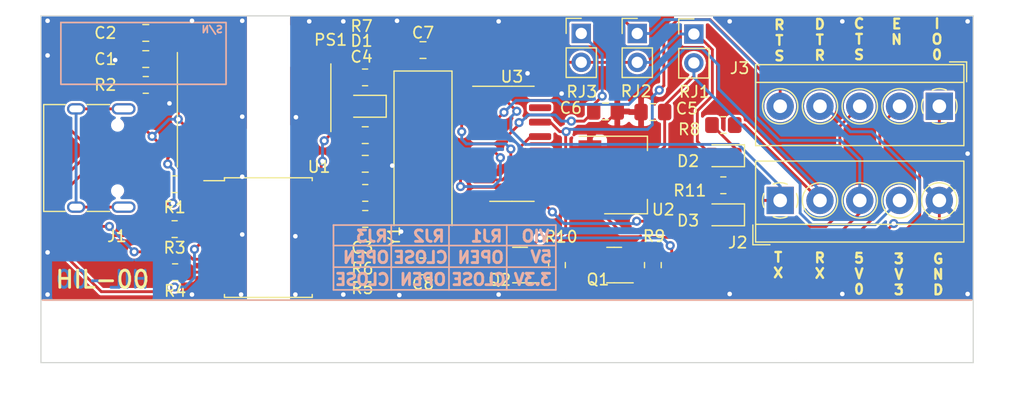
<source format=kicad_pcb>
(kicad_pcb (version 20211014) (generator pcbnew)
  (title_block (title "HIL-00 ISOLATED USB TO TTL"))
  (layers (0 "F.Cu" signal) (31 "B.Cu" signal) (34 "B.Paste" user) (35 "F.Paste" user) (36 "B.SilkS" user "B.Silkscreen") (37 "F.SilkS" user "F.Silkscreen") (38 "B.Mask" user) (39 "F.Mask" user) (44 "Edge.Cuts" user))
  (net 0 "")
  (net 1 "Net-(C1-Pad1)")
  (net 2 "GND1")
  (net 3 "Net-(C2-Pad1)")
  (net 4 "Net-(C3-Pad1)")
  (net 5 "GND2")
  (net 6 "Net-(C7-Pad1)")
  (net 7 "Net-(D1-Pad2)")
  (net 8 "Net-(D2-Pad1)")
  (net 9 "VCC")
  (net 10 "Net-(J1-PadA5)")
  (net 11 "Net-(J1-PadA6)")
  (net 12 "Net-(J1-PadA7)")
  (net 14 "Net-(J1-PadB5)")
  (net 16 "unconnected-(J1-PadS1)")
  (net 17 "Net-(C6-Pad1)")
  (net 18 "/TX")
  (net 19 "/IO0")
  (net 20 "/EN")
  (net 21 "/RX")
  (net 22 "/RTS")
  (net 23 "Net-(Q1-Pad1)")
  (net 24 "/DTR")
  (net 25 "Net-(Q2-Pad1)")
  (net 26 "/CTS")
  (net 27 "Net-(R3-Pad1)")
  (net 28 "Net-(R4-Pad1)")
  (net 29 "Net-(R5-Pad1)")
  (net 30 "Net-(R5-Pad2)")
  (net 31 "Net-(R6-Pad1)")
  (net 32 "Net-(R6-Pad2)")
  (net 33 "+5V")
  (net 34 "+3.3V")
  (net 39 "Net-(D3-Pad1)")
  (net 40 "Net-(C8-Pad1)")
  (footprint "Resistor_SMD:R_0805_2012Metric_Pad1.20x1.40mm_HandSolder" (layer "F.Cu") (at 128.524 115.57 180)
    (fp_text reference "R6")
    (fp_text value "24")
  )
  (footprint "Resistor_SMD:R_0805_2012Metric_Pad1.20x1.40mm_HandSolder" (layer "F.Cu") (at 128.508 105.41 180)
    (fp_text reference "R7")
    (fp_text value "1K")
  )
  (footprint "Resistor_SMD:R_0805_2012Metric_Pad1.20x1.40mm_HandSolder" (layer "F.Cu") (at 128.524 117.856 180)
    (fp_text reference "R5")
    (fp_text value "24")
  )
  (footprint "Capacitor_SMD:C_0805_2012Metric_Pad1.18x1.45mm_HandSolder" (layer "F.Cu") (at 128.524 110.49)
    (fp_text reference "C4")
    (fp_text value "0.1uF")
  )
  (footprint "Diode_SMD:D_0805_2012Metric_Pad1.15x1.40mm_HandSolder" (layer "F.Cu") (at 160.02 112.3 180)
    (fp_text reference "D2")
    (fp_text value "LED")
  )
  (footprint "Crystal_SMD:Crystal_SMD_HC49-SD_HandSoldering_Compact" (layer "F.Cu") (at 133.604 112.55 -90)
    (fp_text reference "Y1")
    (fp_text value "Crystal")
  )
  (footprint "Resistor_SMD:R_0805_2012Metric_Pad1.20x1.40mm_HandSolder" (layer "F.Cu") (at 111.76 118.755 180)
    (fp_text reference "R3")
    (fp_text value "24")
  )
  (footprint "MountingHole:MountingHole_3.2mm_M3" (layer "F.Cu") (at 156.68 128.5)
    (fp_text reference "REF**2" hide)
    (fp_text value "MountingHole_3.2mm_M3")
  )
  (footprint "Resistor_SMD:R_0805_2012Metric_Pad1.20x1.40mm_HandSolder" (layer "F.Cu") (at 111.76 114.808)
    (fp_text reference "R1")
    (fp_text value "5.1K")
  )
  (footprint "Package_SO:SOIC-16W_7.5x10.3mm_P1.27mm" (layer "F.Cu") (at 120 119.5)
    (fp_text reference "U1")
    (fp_text value "ADUM4160")
  )
  (footprint "MountingHole:MountingHole_3.2mm_M3" (layer "F.Cu") (at 146.52 128.5)
    (fp_text reference "REF**3" hide)
    (fp_text value "MountingHole_3.2mm_M3")
  )
  (footprint "Capacitor_SMD:C_0805_2012Metric_Pad1.18x1.45mm_HandSolder" (layer "F.Cu") (at 109.22 103.8 180)
    (fp_text reference "C1")
    (fp_text value "0.1uF")
  )
  (footprint "Connector_USB:USB_C_Receptacle_HRO_TYPE-C-31-M-12" (layer "F.Cu") (at 104.14 112.5 -90)
    (fp_text reference "J1")
    (fp_text value "USB_C_Receptacle_USB2.0")
  )
  (footprint "Capacitor_SMD:C_0805_2012Metric_Pad1.18x1.45mm_HandSolder" (layer "F.Cu") (at 109.22 101.5 180)
    (fp_text reference "C2")
    (fp_text value "0.1uF")
  )
  (footprint "Package_TO_SOT_SMD:SOT-23" (layer "F.Cu") (at 142.1384 121.92 180)
    (fp_text reference "Q2")
    (fp_text value "BC847")
  )
  (footprint "Diode_SMD:D_0805_2012Metric_Pad1.15x1.40mm_HandSolder" (layer "F.Cu") (at 128.508 107.95 180)
    (fp_text reference "D1")
    (fp_text value "LED")
  )
  (footprint "Capacitor_SMD:C_0805_2012Metric_Pad1.18x1.45mm_HandSolder" (layer "F.Cu") (at 153.8224 108.458 180)
    (fp_text reference "C5")
    (fp_text value "0.1uF")
  )
  (footprint "TerminalBlock_4Ucon:TerminalBlock_4Ucon_1x05_P3.50mm_Horizontal" (layer "F.Cu") (at 165.0192 116.232)
    (fp_text reference "J3")
    (fp_text value "Conn_01x05_Male")
  )
  (footprint "Resistor_SMD:R_0805_2012Metric_Pad1.20x1.40mm_HandSolder" (layer "F.Cu") (at 153.8224 121.92 -90)
    (fp_text reference "R9")
    (fp_text value "10K")
  )
  (footprint "Package_SO:SOIC-16_3.9x9.9mm_P1.27mm" (layer "F.Cu") (at 141.4272 111.252)
    (fp_text reference "U3")
    (fp_text value "CH340G")
  )
  (footprint "MountingHole:MountingHole_3.2mm_M3" (layer "F.Cu") (at 177 128.5)
    (fp_text reference "REF**" hide)
    (fp_text value "MountingHole_3.2mm_M3")
  )
  (footprint "Resistor_SMD:R_0805_2012Metric_Pad1.20x1.40mm_HandSolder" (layer "F.Cu") (at 109.22 106.072 180)
    (fp_text reference "R2")
    (fp_text value "5.1K")
  )
  (footprint "TerminalBlock_4Ucon:TerminalBlock_4Ucon_1x05_P3.50mm_Horizontal" (layer "F.Cu") (at 179.0192 107.95 180)
    (fp_text reference "J2")
    (fp_text value "Conn_01x05_Male")
  )
  (footprint "MountingHole:MountingHole_3.2mm_M3" (layer "F.Cu") (at 105.88 128.5)
    (fp_text reference "REF**7" hide)
    (fp_text value "MountingHole_3.2mm_M3")
  )
  (footprint "MountingHole:MountingHole_3.2mm_M3" (layer "F.Cu") (at 116.04 128.5)
    (fp_text reference "REF**6" hide)
    (fp_text value "MountingHole_3.2mm_M3")
  )
  (footprint "MountingHole:MountingHole_3.2mm_M3" (layer "F.Cu") (at 136.36 128.5)
    (fp_text reference "REF**4" hide)
    (fp_text value "MountingHole_3.2mm_M3")
  )
  (footprint "Connector_PinHeader_2.54mm:PinHeader_1x02_P2.54mm_Vertical" (layer "F.Cu") (at 147.5232 101.5442)
    (fp_text reference "RJ3")
    (fp_text value "Conn_01x02_Male")
  )
  (footprint "Package_TO_SOT_SMD:SOT-223-3_TabPin2" (layer "F.Cu") (at 151.4348 113.9952)
    (fp_text reference "U2")
    (fp_text value "AMS1117-3.3")
  )
  (footprint "Connector_PinHeader_2.54mm:PinHeader_1x02_P2.54mm_Vertical" (layer "F.Cu") (at 152.4508 101.5492)
    (fp_text reference "RJ2")
    (fp_text value "Conn_01x02_Male")
  )
  (footprint "Capacitor_SMD:C_0805_2012Metric_Pad1.18x1.45mm_HandSolder" (layer "F.Cu") (at 128.524 113.01)
    (fp_text reference "C3")
    (fp_text value "0.1uF")
  )
  (footprint "Capacitor_SMD:C_0805_2012Metric_Pad1.18x1.45mm_HandSolder" (layer "F.Cu") (at 133.604 122.037 180)
    (fp_text reference "C8")
    (fp_text value "22pF")
  )
  (footprint "Connector_PinHeader_2.54mm:PinHeader_1x02_P2.54mm_Vertical" (layer "F.Cu") (at 157.4292 101.595)
    (fp_text reference "RJ1")
    (fp_text value "Conn_01x02_Male")
  )
  (footprint "Resistor_SMD:R_0805_2012Metric_Pad1.20x1.40mm_HandSolder" (layer "F.Cu") (at 111.8 122.545 180)
    (fp_text reference "R4")
    (fp_text value "24")
  )
  (footprint "Capacitor_SMD:C_0805_2012Metric_Pad1.18x1.45mm_HandSolder" (layer "F.Cu") (at 133.604 103.007 180)
    (fp_text reference "C7")
    (fp_text value "22pF")
  )
  (footprint "Converter_DCDC_SMD:Converter_DCDC_Mornsun_B05_XT_1WR3_SMD" (layer "F.Cu") (at 118.75 107.2 90)
    (fp_text reference "PS1")
    (fp_text value "B05XT1WR3")
  )
  (footprint "Resistor_SMD:R_0805_2012Metric_Pad1.20x1.40mm_HandSolder" (layer "F.Cu") (at 145.3896 121.92 -90)
    (fp_text reference "R10")
    (fp_text value "10K")
  )
  (footprint "MountingHole:MountingHole_3.2mm_M3" (layer "F.Cu") (at 166.84 128.5)
    (fp_text reference "REF**1" hide)
    (fp_text value "MountingHole_3.2mm_M3")
  )
  (footprint "Resistor_SMD:R_0805_2012Metric_Pad1.20x1.40mm_HandSolder" (layer "F.Cu") (at 160.02 114.9)
    (fp_text reference "R11")
    (fp_text value "1K")
  )
  (footprint "Capacitor_SMD:C_0805_2012Metric_Pad1.18x1.45mm_HandSolder" (layer "F.Cu") (at 149.6568 108.4072)
    (fp_text reference "C6")
    (fp_text value "0.1uF")
  )
  (footprint "Resistor_SMD:R_0805_2012Metric_Pad1.20x1.40mm_HandSolder" (layer "F.Cu") (at 160.02 109.6 180)
    (fp_text reference "R8")
    (fp_text value "1K")
  )
  (footprint "MountingHole:MountingHole_3.2mm_M3" (layer "F.Cu") (at 126.2 128.5)
    (fp_text reference "REF**5" hide)
    (fp_text value "MountingHole_3.2mm_M3")
  )
  (footprint "Diode_SMD:D_0805_2012Metric_Pad1.15x1.40mm_HandSolder" (layer "F.Cu") (at 160.02 117.5 180)
    (fp_text reference "D3")
    (fp_text value "LED")
  )
  (footprint "Package_TO_SOT_SMD:SOT-23" (layer "F.Cu") (at 150.4188 121.92 180)
    (fp_text reference "Q1")
    (fp_text value "BC847")
  )
  (gr_line (start 145.288 122.1) (end 125.73 122.1) (layer "B.SilkS") (width 0.15))
  (gr_line (start 100.15 125) (end 181.85 125) (layer "B.SilkS") (width 0.15))
  (gr_line (start 145.288 124.1) (end 125.73 124.1) (layer "B.SilkS") (width 0.15))
  (gr_line (start 140.97 118.4) (end 140.97 124.1) (layer "B.SilkS") (width 0.15))
  (gr_line (start 145.288 118.4) (end 125.73 118.4) (layer "B.SilkS") (width 0.15))
  (gr_line (start 145.288 120.2) (end 125.73 120.2) (layer "B.SilkS") (width 0.15))
  (gr_line (start 145.288 118.4) (end 145.288 124.1) (layer "B.SilkS") (width 0.15))
  (gr_rect (start 101.7524 100.584) (end 116.2812 106.0196) (layer "B.SilkS") (width 0.15) (fill none))
  (gr_line (start 130.81 118.4) (end 130.81 124.1) (layer "B.SilkS") (width 0.15))
  (gr_line (start 125.73 118.4) (end 125.73 124.1) (layer "B.SilkS") (width 0.15))
  (gr_line (start 135.89 118.4) (end 135.89 124.1) (layer "B.SilkS") (width 0.15))
  (gr_line (start 100.15 125) (end 181.85 125) (layer "F.SilkS") (width 0.15))
  (gr_line (start 100 130.5) (end 182 130.5) (layer "Edge.Cuts") (width 0.1))
  (gr_line (start 100 100) (end 100 130.5) (layer "Edge.Cuts") (width 0.1))
  (gr_line (start 182 130.5) (end 182 100) (layer "Edge.Cuts") (width 0.1))
  (gr_line (start 100 100) (end 182 100) (layer "Edge.Cuts") (width 0.1))
  (gr_text "HIL-00" (at 105.41 123.19) (layer "B.Cu") (effects (font (size 1.5 1.5) (thickness 0.25)) (justify mirror)))
  (gr_text "S/N" (at 115.062 101.1936) (layer "B.SilkS") (effects (font (size 0.6 0.6)) (justify mirror)))
  (gr_text "CLOSE" (at 128.27 123.19) (layer "B.SilkS") (effects (font (size 1 1) (thickness 0.25)) (justify mirror)))
  (gr_text "OPEN" (at 133.604 123.19) (layer "B.SilkS") (effects (font (size 1 1) (thickness 0.25)) (justify mirror)))
  (gr_text "3.3V" (at 143.256 123.19) (layer "B.SilkS") (effects (font (size 1 1) (thickness 0.25)) (justify mirror)))
  (gr_text "RJ3" (at 129.1 119.38) (layer "B.SilkS") (effects (font (size 1 1) (thickness 0.25)) (justify mirror)))
  (gr_text "5V" (at 144 121.2) (layer "B.SilkS") (effects (font (size 1 1) (thickness 0.25)) (justify mirror)))
  (gr_text "RJ1" (at 139.192 119.38) (layer "B.SilkS") (effects (font (size 1 1) (thickness 0.25)) (justify mirror)))
  (gr_text "OPEN" (at 128.6 121.25) (layer "B.SilkS") (effects (font (size 1 1) (thickness 0.25)) (justify mirror)))
  (gr_text "VIO" (at 143.5 119.38) (layer "B.SilkS") (effects (font (size 1 1) (thickness 0.25)) (justify mirror)))
  (gr_text "OPEN" (at 138.684 121.25) (layer "B.SilkS") (effects (font (size 1 1) (thickness 0.25)) (justify mirror)))
  (gr_text "CLOSE" (at 133.4 121.25) (layer "B.SilkS") (effects (font (size 1 1) (thickness 0.25)) (justify mirror)))
  (gr_text "CLOSE" (at 138.5 123.19) (layer "B.SilkS") (effects (font (size 1 1) (thickness 0.25)) (justify mirror)))
  (gr_text "RJ2" (at 134.112 119.38) (layer "B.SilkS") (effects (font (size 1 1) (thickness 0.25)) (justify mirror)))
  (gr_text "I\nO\n0" (at 178.816 102.0572) (layer "F.SilkS") (effects (font (size 0.85 0.85) (thickness 0.2125))))
  (gr_text "G\nN\nD" (at 178.9176 122.7328) (layer "F.SilkS") (effects (font (size 0.85 0.85) (thickness 0.2125))))
  (gr_text "HIL-00" (at 105.41 123.19) (layer "F.SilkS") (effects (font (size 1.5 1.5) (thickness 0.25))))
  (gr_text "R\nX" (at 168.5036 121.9708) (layer "F.SilkS") (effects (font (size 0.85 0.85) (thickness 0.2125))))
  (gr_text "R\nT\nS" (at 164.9476 102.1588) (layer "F.SilkS") (effects (font (size 0.85 0.85) (thickness 0.2125))))
  (gr_text "D\nT\nR" (at 168.5036 102.108) (layer "F.SilkS") (effects (font (size 0.85 0.85) (thickness 0.2125))))
  (gr_text "T\nX" (at 164.846 121.92) (layer "F.SilkS") (effects (font (size 0.85 0.85) (thickness 0.2125))))
  (gr_text "E\nN" (at 175.26 101.3968) (layer "F.SilkS") (effects (font (size 0.85 0.85) (thickness 0.2125))))
  (gr_text "3\nV\n3\n" (at 175.4632 122.7328) (layer "F.SilkS") (effects (font (size 0.85 0.85) (thickness 0.2125))))
  (gr_text "5\nV\n0" (at 171.958 122.682) (layer "F.SilkS") (effects (font (size 0.85 0.85) (thickness 0.2125))))
  (gr_text "C\nT\nS" (at 171.958 102.0572) (layer "F.SilkS") (effects (font (size 0.85 0.85) (thickness 0.2125))))
  (segment (start 117.48 109.8747) (end 117.2825 109.6772) (width 0.25) (layer "F.Cu") (net 1))
  (segment (start 111.4289 112.2435) (end 112.5455 113.3601) (width 0.25) (layer "F.Cu") (net 1))
  (segment (start 111.1504 113.03) (end 111.1504 112.522) (width 0.25) (layer "F.Cu") (net 1))
  (segment (start 111.1504 112.522) (end 111.4289 112.2435) (width 0.25) (layer "F.Cu") (net 1))
  (segment (start 109.2354 110.05) (end 109.2353 110.05) (width 0.25) (layer "F.Cu") (net 1))
  (segment (start 112.6651 109.6772) (end 112.0776 109.0897) (width 0.25) (layer "F.Cu") (net 1))
  (segment (start 109.0064 114.95) (end 108.185 114.95) (width 0.25) (layer "F.Cu") (net 1))
  (segment (start 113.6551 113.3601) (end 115.35 115.055) (width 0.25) (layer "F.Cu") (net 1))
  (segment (start 117.48 111.75) (end 117.48 109.8747) (width 0.25) (layer "F.Cu") (net 1))
  (segment (start 112.0776 109.0897) (end 112.0776 105.0672) (width 0.25) (layer "F.Cu") (net 1))
  (segment (start 112.0776 105.0672) (end 110.8104 103.8) (width 0.25) (layer "F.Cu") (net 1))
  (segment (start 111.6076 116.4711) (end 111.5435 116.5352) (width 0.25) (layer "F.Cu") (net 1))
  (segment (start 112.5455 113.3601) (end 113.6551 113.3601) (width 0.25) (layer "F.Cu") (net 1))
  (segment (start 110.5916 116.5352) (end 109.0064 114.95) (width 0.25) (layer "F.Cu") (net 1))
  (segment (start 109.7758 110.5904) (end 111.4289 112.2435) (width 0.25) (layer "F.Cu") (net 1))
  (segment (start 117.2825 109.6772) (end 112.6651 109.6772) (width 0.25) (layer "F.Cu") (net 1))
  (segment (start 111.5435 116.5352) (end 110.5916 116.5352) (width 0.25) (layer "F.Cu") (net 1))
  (segment (start 108.185 110.05) (end 109.2353 110.05) (width 0.25) (layer "F.Cu") (net 1))
  (segment (start 110.8104 103.8) (end 110.2575 103.8) (width 0.25) (layer "F.Cu") (net 1))
  (segment (start 109.7758 110.5904) (end 109.2354 110.05) (width 0.25) (layer "F.Cu") (net 1))
  (via (at 111.1504 113.03) (size 0.8) (drill 0.4) (layers "F.Cu" "B.Cu") (net 1))
  (via (at 112.0776 109.0897) (size 0.8) (drill 0.4) (layers "F.Cu" "B.Cu") (net 1))
  (via (at 109.7758 110.5904) (size 0.8) (drill 0.4) (layers "F.Cu" "B.Cu") (net 1))
  (via (at 111.6076 116.4711) (size 0.8) (drill 0.4) (layers "F.Cu" "B.Cu") (net 1))
  (segment (start 111.6076 116.4711) (end 111.7092 116.3695) (width 0.25) (layer "B.Cu") (net 1))
  (segment (start 111.7092 113.5888) (end 111.1504 113.03) (width 0.25) (layer "B.Cu") (net 1))
  (segment (start 109.7758 110.5904) (end 111.2765 109.0897) (width 0.25) (layer "B.Cu") (net 1))
  (segment (start 111.7092 116.3695) (end 111.7092 113.5888) (width 0.25) (layer "B.Cu") (net 1))
  (segment (start 111.2765 109.0897) (end 112.0776 109.0897) (width 0.25) (layer "B.Cu") (net 1))
  (segment (start 115.35 123.945) (end 116.7454 123.945) (width 0.25) (layer "F.Cu") (net 2))
  (segment (start 116.339 116.325) (end 115.7901 116.325) (width 0.25) (layer "F.Cu") (net 2))
  (segment (start 108.185 115.75) (end 108.8412 115.75) (width 0.25) (layer "F.Cu") (net 2))
  (segment (start 116.2234 116.325) (end 115.7901 116.325) (width 0.25) (layer "F.Cu") (net 2))
  (segment (start 112.0648 117.1956) (end 112.9093 116.3511) (width 0.25) (layer "F.Cu") (net 2))
  (segment (start 106.5276 103.886) (end 108.0965 103.886) (width 0.25) (layer "F.Cu") (net 2))
  (segment (start 116.7454 123.945) (end 117.094 123.5964) (width 0.25) (layer "F.Cu") (net 2))
  (segment (start 111.3028 110.0836) (end 111.3028 108.8136) (width 0.25) (layer "F.Cu") (net 2))
  (segment (start 117.094 117.1956) (end 116.2234 116.325) (width 0.25) (layer "F.Cu") (net 2))
  (segment (start 115.7901 116.325) (end 115.35 116.325) (width 0.25) (layer "F.Cu") (net 2))
  (segment (start 111.3028 109.1071) (end 111.1599 109.25) (width 0.25) (layer "F.Cu") (net 2))
  (segment (start 117.094 123.5964) (end 117.094 117.1956) (width 0.25) (layer "F.Cu") (net 2))
  (segment (start 108.8412 115.75) (end 110.2868 117.1956) (width 0.25) (layer "F.Cu") (net 2))
  (segment (start 112.5003 111.2811) (end 111.3028 110.0836) (width 0.25) (layer "F.Cu") (net 2))
  (segment (start 114.94 113.6253) (end 116.0129 113.6253) (width 0.25) (layer "F.Cu") (net 2))
  (segment (start 114.94 111.75) (end 114.94 113.6253) (width 0.25) (layer "F.Cu") (net 2))
  (segment (start 111.1599 109.25) (end 108.185 109.25) (width 0.25) (layer "F.Cu") (net 2))
  (segment (start 108.1825 106.0345) (end 108.22 106.072) (width 0.25) (layer "F.Cu") (net 2))
  (segment (start 116.0129 113.6253) (end 117.0432 114.6556) (width 0.25) (layer "F.Cu") (net 2))
  (segment (start 108.1825 103.8) (end 108.1825 101.5) (width 0.25) (layer "F.Cu") (net 2))
  (segment (start 112.9093 116.3511) (end 112.9093 114.9573) (width 0.25) (layer "F.Cu") (net 2))
  (segment (start 117.0432 114.6556) (end 117.0432 115.6208) (width 0.25) (layer "F.Cu") (net 2))
  (segment (start 114.94 111.2811) (end 112.5003 111.2811) (width 0.25) (layer "F.Cu") (net 2))
  (segment (start 108.1825 103.8) (end 108.1825 106.0345) (width 0.25) (layer "F.Cu") (net 2))
  (segment (start 115.35 116.325) (end 114.277 116.325) (width 0.25) (layer "F.Cu") (net 2))
  (segment (start 117.0432 115.6208) (end 116.339 116.325) (width 0.25) (layer "F.Cu") (net 2))
  (segment (start 108.0965 103.886) (end 108.1825 103.8) (width 0.25) (layer "F.Cu") (net 2))
  (segment (start 110.2868 117.1956) (end 112.0648 117.1956) (width 0.25) (layer "F.Cu") (net 2))
  (segment (start 114.277 116.325) (end 112.9093 114.9573) (width 0.25) (layer "F.Cu") (net 2))
  (segment (start 112.9093 114.9573) (end 112.76 114.808) (width 0.25) (layer "F.Cu") (net 2))
  (segment (start 111.3028 107.696) (end 111.3028 109.1071) (width 0.25) (layer "F.Cu") (net 2))
  (segment (start 114.94 111.75) (end 114.94 111.2811) (width 0.25) (layer "F.Cu") (net 2))
  (via (at 100.584 103.4796) (size 0.8) (drill 0.4) (layers "F.Cu" "B.Cu") (net 2))
  (via (at 117.602 124.5108) (size 0.8) (drill 0.4) (layers "F.Cu" "B.Cu") (net 2))
  (via (at 113.284 124.5108) (size 0.8) (drill 0.4) (layers "F.Cu" "B.Cu") (net 2))
  (via (at 106.5276 103.886) (size 0.8) (drill 0.4) (layers "F.Cu" "B.Cu") (net 2))
  (via (at 117.7036 114.1476) (size 0.8) (drill 0.4) (layers "F.Cu" "B.Cu") (net 2))
  (via (at 117.7036 100.4316) (size 0.8) (drill 0.4) (layers "F.Cu" "B.Cu") (net 2))
  (via (at 100.584 124.5108) (size 0.8) (drill 0.4) (layers "F.Cu" "B.Cu") (net 2))
  (via (at 117.7036 108.8644) (size 0.8) (drill 0.4) (layers "F.Cu" "B.Cu") (net 2))
  (via (at 100.584 120.8024) (size 0.8) (drill 0.4) (layers "F.Cu" "B.Cu") (net 2))
  (via (at 117.7036 119.2276) (size 0.8) (drill 0.4) (layers "F.Cu" "B.Cu") (net 2))
  (via (at 113.284 100.4316) (size 0.8) (drill 0.4) (layers "F.Cu" "B.Cu") (net 2))
  (via (at 100.584 100.4316) (size 0.8) (drill 0.4) (layers "F.Cu" "B.Cu") (net 2))
  (via (at 111.3028 107.696) (size 0.8) (drill 0.4) (layers "F.Cu" "B.Cu") (net 2))
  (segment (start 107.188 104.9528) (end 106.5276 104.2924) (width 0.25) (layer "B.Cu") (net 2))
  (segment (start 111.3028 105.7402) (end 110.5154 104.9528) (width 0.25) (layer "B.Cu") (net 2))
  (segment (start 111.3028 107.696) (end 111.3028 105.7402) (width 0.25) (layer "B.Cu") (net 2))
  (segment (start 110.5154 104.9528) (end 107.188 104.9528) (width 0.25) (layer "B.Cu") (net 2))
  (segment (start 106.5276 104.2924) (end 106.5276 103.886) (width 0.25) (layer "B.Cu") (net 2))
  (segment (start 105.3084 124.2568) (end 100.6856 119.634) (width 0.25) (layer "F.Cu") (net 3))
  (segment (start 113.502849 120.530051) (end 113.8979 120.135) (width 0.25) (layer "F.Cu") (net 3))
  (segment (start 111.76 123.8504) (end 111.3536 124.2568) (width 0.25) (layer "F.Cu") (net 3))
  (segment (start 100.6856 119.634) (end 100.6856 105.41) (width 0.25) (layer "F.Cu") (net 3))
  (segment (start 109.0875 100.33) (end 110.2575 101.5) (width 0.25) (layer "F.Cu") (net 3))
  (segment (start 100.6856 105.41) (end 105.7656 100.33) (width 0.25) (layer "F.Cu") (net 3))
  (segment (start 105.7656 100.33) (end 109.0875 100.33) (width 0.25) (layer "F.Cu") (net 3))
  (segment (start 115.35 118.865) (end 115.35 117.595) (width 0.25) (layer "F.Cu") (net 3))
  (segment (start 111.3536 124.2568) (end 105.3084 124.2568) (width 0.25) (layer "F.Cu") (net 3))
  (segment (start 113.8979 120.135) (end 115.35 120.135) (width 0.25) (layer "F.Cu") (net 3))
  (segment (start 115.35 120.135) (end 115.35 118.865) (width 0.25) (layer "F.Cu") (net 3))
  (via (at 113.502849 120.530051) (size 0.8) (drill 0.4) (layers "F.Cu" "B.Cu") (net 3))
  (via (at 111.76 123.8504) (size 0.8) (drill 0.4) (layers "F.Cu" "B.Cu") (net 3))
  (segment (start 111.76 123.8504) (end 112.6744 123.8504) (width 0.25) (layer "B.Cu") (net 3))
  (segment (start 112.6744 123.8504) (end 113.502849 123.021951) (width 0.25) (layer "B.Cu") (net 3))
  (segment (start 113.502849 123.021951) (end 113.502849 120.530051) (width 0.25) (layer "B.Cu") (net 3))
  (segment (start 124.65 118.865) (end 124.65 120.135) (width 0.25) (layer "F.Cu") (net 4))
  (segment (start 125.1368 117.595) (end 124.65 117.595) (width 0.25) (layer "F.Cu") (net 4))
  (segment (start 124.65 117.595) (end 124.65 118.865) (width 0.25) (layer "F.Cu") (net 4))
  (segment (start 126.238 116.4938) (end 125.1368 117.595) (width 0.25) (layer "F.Cu") (net 4))
  (segment (start 126.238 114.2585) (end 126.238 116.4938) (width 0.25) (layer "F.Cu") (net 4))
  (segment (start 127.4865 113.01) (end 126.238 114.2585) (width 0.25) (layer "F.Cu") (net 4))
  (segment (start 135.2367 101.9136) (end 133.6599 101.9136) (width 0.25) (layer "F.Cu") (net 5))
  (segment (start 150.6943 108.4072) (end 150.6943 107.334) (width 0.25) (layer "F.Cu") (net 5))
  (segment (start 150.6943 108.4072) (end 152.7341 108.4072) (width 0.25) (layer "F.Cu") (net 5))
  (segment (start 124.65 116.325) (end 123.2338 116.325) (width 0.25) (layer "F.Cu") (net 5))
  (segment (start 129.533 107.95) (end 129.533 107.5994) (width 0.25) (layer "F.Cu") (net 5))
  (segment (start 123.64391 111.7092) (end 123.391555 111.961555) (width 0.25) (layer "F.Cu") (net 5))
  (segment (start 129.5615 107.9785) (end 129.5615 110.49) (width 0.25) (layer "F.Cu") (net 5))
  (segment (start 130.3438 120.3034) (end 130.8329 120.3034) (width 0.25) (layer "F.Cu") (net 5))
  (segment (start 129.5615 111.9509) (end 129.5615 113.01) (width 0.25) (layer "F.Cu") (net 5))
  (segment (start 133.6599 101.9136) (end 132.5665 103.007) (width 0.25) (layer "F.Cu") (net 5))
  (segment (start 123.2338 116.325) (end 122.56 115.6512) (width 0.25) (layer "F.Cu") (net 5))
  (segment (start 145.796 106.8324) (end 147.2184 106.8324) (width 0.25) (layer "F.Cu") (net 5))
  (segment (start 132.5665 122.5081) (end 133.5532 123.4948) (width 0.25) (layer "F.Cu") (net 5))
  (segment (start 135.7884 123.4948) (end 136.0932 123.19) (width 0.25) (layer "F.Cu") (net 5))
  (segment (start 130.8329 120.3034) (end 132.5665 122.037) (width 0.25) (layer "F.Cu") (net 5))
  (segment (start 147.7189 106.3319) (end 148.0237 106.3319) (width 0.25) (layer "F.Cu") (net 5))
  (segment (start 131.6736 118.9736) (end 130.3438 120.3034) (width 0.25) (layer "F.Cu") (net 5))
  (segment (start 125.1813 123.945) (end 128.8229 120.3034) (width 0.25) (layer "F.Cu") (net 5))
  (segment (start 140.2588 123.19) (end 141.6304 124.5616) (width 0.25) (layer "F.Cu") (net 5))
  (segment (start 132.5665 122.037) (end 132.5665 122.5081) (width 0.25) (layer "F.Cu") (net 5))
  (segment (start 122.771555 111.961555) (end 122.56 111.75) (width 0.25) (layer "F.Cu") (net 5))
  (segment (start 148.2848 111.6952) (end 148.2848 110.8167) (width 0.25) (layer "F.Cu") (net 5))
  (segment (start 142.7988 105.0544) (end 141.0462 106.807) (width 0.25) (layer "F.Cu") (net 5))
  (segment (start 124.65 123.945) (end 125.1813 123.945) (width 0.25) (layer "F.Cu") (net 5))
  (segment (start 148.2848 110.8167) (end 150.6943 108.4072) (width 0.25) (layer "F.Cu") (net 5))
  (segment (start 132.5665 104.5659) (end 132.5665 103.007) (width 0.25) (layer "F.Cu") (net 5))
  (segment (start 129.5615 110.49) (end 129.5615 111.9509) (width 0.25) (layer "F.Cu") (net 5))
  (segment (start 141.6304 124.5616) (end 156.8196 124.5616) (width 0.25) (layer "F.Cu") (net 5))
  (segment (start 156.8196 124.5616) (end 158.4452 122.936) (width 0.25) (layer "F.Cu") (net 5))
  (segment (start 129.533 107.5994) (end 132.5665 104.5659) (width 0.25) (layer "F.Cu") (net 5))
  (segment (start 129.5615 111.9509) (end 129.3198 111.7092) (width 0.25) (layer "F.Cu") (net 5))
  (segment (start 149.6922 106.3319) (end 148.0237 106.3319) (width 0.25) (layer "F.Cu") (net 5))
  (segment (start 148.0237 106.3319) (end 147.7716 106.3319) (width 0.25) (layer "F.Cu") (net 5))
  (segment (start 130.899301 113.170101) (end 130.7392 113.01) (width 0.25) (layer "F.Cu") (net 5))
  (segment (start 129.533 107.95) (end 129.5615 107.9785) (width 0.25) (layer "F.Cu") (net 5))
  (segment (start 174.5996 122.936) (end 179.0192 118.5164) (width 0.25) (layer "F.Cu") (net 5))
  (segment (start 138.9522 105.6291) (end 135.2367 101.9136) (width 0.25) (layer "F.Cu") (net 5))
  (segment (start 147.2184 106.8324) (end 147.7189 106.3319) (width 0.25) (layer "F.Cu") (net 5))
  (segment (start 128.8229 120.3034) (end 130.3438 120.3034) (width 0.25) (layer "F.Cu") (net 5))
  (segment (start 141.0462 106.807) (end 138.9522 106.807) (width 0.25) (layer "F.Cu") (net 5))
  (segment (start 179.0192 118.5164) (end 179.0192 116.232) (width 0.25) (layer "F.Cu") (net 5))
  (segment (start 129.3198 111.7092) (end 123.64391 111.7092) (width 0.25) (layer "F.Cu") (net 5))
  (segment (start 152.7341 108.4072) (end 152.7849 108.458) (width 0.25) (layer "F.Cu") (net 5))
  (segment (start 136.0932 123.19) (end 140.2588 123.19) (width 0.25) (layer "F.Cu") (net 5))
  (segment (start 133.5532 123.4948) (end 135.7884 123.4948) (width 0.25) (layer "F.Cu") (net 5))
  (segment (start 138.9522 106.807) (end 138.9522 105.6291) (width 0.25) (layer "F.Cu") (net 5))
  (segment (start 150.6943 107.334) (end 149.6922 106.3319) (width 0.25) (layer "F.Cu") (net 5))
  (segment (start 158.4452 122.936) (end 174.5996 122.936) (width 0.25) (layer "F.Cu") (net 5))
  (segment (start 123.391555 111.961555) (end 122.771555 111.961555) (width 0.25) (layer "F.Cu") (net 5))
  (segment (start 130.7392 113.01) (end 129.5615 113.01) (width 0.25) (layer "F.Cu") (net 5))
  (segment (start 122.56 115.6512) (end 122.56 111.75) (width 0.25) (layer "F.Cu") (net 5))
  (via (at 131.6736 118.9736) (size 0.8) (drill 0.4) (layers "F.Cu" "B.Cu") (net 5))
  (via (at 160.5788 124.46) (size 0.8) (drill 0.4) (layers "F.Cu" "B.Cu") (net 5))
  (via (at 122.428 108.9152) (size 0.8) (drill 0.4) (layers "F.Cu" "B.Cu") (net 5))
  (via (at 140.2588 100.4824) (size 0.8) (drill 0.4) (layers "F.Cu" "B.Cu") (net 5))
  (via (at 145.796 106.8324) (size 0.8) (drill 0.4) (layers "F.Cu" "B.Cu") (net 5))
  (via (at 131.5212 124.5616) (size 0.8) (drill 0.4) (layers "F.Cu" "B.Cu") (net 5))
  (via (at 170.4848 124.46) (size 0.8) (drill 0.4) (layers "F.Cu" "B.Cu") (net 5))
  (via (at 126.5936 124.5108) (size 0.8) (drill 0.4) (layers "F.Cu" "B.Cu") (net 5))
  (via (at 131.318 100.4316) (size 0.8) (drill 0.4) (layers "F.Cu" "B.Cu") (net 5))
  (via (at 123.5964 100.4824) (size 0.8) (drill 0.4) (layers "F.Cu" "B.Cu") (net 5))
  (via (at 122.3772 124.5108) (size 0.8) (drill 0.4) (layers "F.Cu" "B.Cu") (net 5))
  (via (at 160.5788 100.4824) (size 0.8) (drill 0.4) (layers "F.Cu" "B.Cu") (net 5))
  (via (at 181.5084 100.4824) (size 0.8) (drill 0.4) (layers "F.Cu" "B.Cu") (net 5))
  (via (at 130.899301 113.170101) (size 0.8) (drill 0.4) (layers "F.Cu" "B.Cu") (net 5))
  (via (at 170.4848 100.4824) (size 0.8) (drill 0.4) (layers "F.Cu" "B.Cu") (net 5))
  (via (at 140.2588 124.5108) (size 0.8) (drill 0.4) (layers "F.Cu" "B.Cu") (net 5))
  (via (at 142.7988 105.0544) (size 0.8) (drill 0.4) (layers "F.Cu" "B.Cu") (net 5))
  (via (at 122.3772 119.38) (size 0.8) (drill 0.4) (layers "F.Cu" "B.Cu") (net 5))
  (via (at 181.5084 124.46) (size 0.8) (drill 0.4) (layers "F.Cu" "B.Cu") (net 5))
  (via (at 181.5084 112.1156) (size 0.8) (drill 0.4) (layers "F.Cu" "B.Cu") (net 5))
  (via (at 126.5936 100.4824) (size 0.8) (drill 0.4) (layers "F.Cu" "B.Cu") (net 5))
  (segment (start 142.8496 105.0036) (end 142.7988 105.0544) (width 0.25) (layer "B.Cu") (net 5))
  (segment (start 131.6736 118.9736) (end 131.7752 118.872) (width 0.25) (layer "B.Cu") (net 5))
  (segment (start 131.7752 118.872) (end 131.7752 114.046) (width 0.25) (layer "B.Cu") (net 5))
  (segment (start 145.796 105.8672) (end 144.9324 105.0036) (width 0.25) (layer "B.Cu") (net 5))
  (segment (start 145.796 106.8324) (end 145.796 105.8672) (width 0.25) (layer "B.Cu") (net 5))
  (segment (start 131.7752 114.046) (end 130.899301 113.170101) (width 0.25) (layer "B.Cu") (net 5))
  (segment (start 144.9324 105.0036) (end 142.8496 105.0036) (width 0.25) (layer "B.Cu") (net 5))
  (segment (start 141.3256 111.7092) (end 141.3256 113.6904) (width 0.25) (layer "F.Cu") (net 6))
  (segment (start 135.486 107.8) (end 133.604 107.8) (width 0.25) (layer "F.Cu") (net 6))
  (segment (start 140.589 114.427) (end 138.9522 114.427) (width 0.25) (layer "F.Cu") (net 6))
  (segment (start 137.0076 110.1852) (end 137.0076 109.3216) (width 0.25) (layer "F.Cu") (net 6))
  (segment (start 134.6415 103.007) (end 134.6415 103.6872) (width 0.25) (layer "F.Cu") (net 6))
  (segment (start 133.604 107.8) (end 133.604 104.7247) (width 0.25) (layer "F.Cu") (net 6))
  (segment (start 137.0076 109.3216) (end 135.486 107.8) (width 0.25) (layer "F.Cu") (net 6))
  (segment (start 141.3256 113.6904) (end 140.589 114.427) (width 0.25) (layer "F.Cu") (net 6))
  (segment (start 134.6415 103.6872) (end 133.604 104.7247) (width 0.25) (layer "F.Cu") (net 6))
  (via (at 141.3256 111.7092) (size 0.8) (drill 0.4) (layers "F.Cu" "B.Cu") (net 6))
  (via (at 137.0076 110.1852) (size 0.8) (drill 0.4) (layers "F.Cu" "B.Cu") (net 6))
  (segment (start 137.414 111.252) (end 137.0076 110.8456) (width 0.25) (layer "B.Cu") (net 6))
  (segment (start 137.0076 110.8456) (end 137.0076 110.1852) (width 0.25) (layer "B.Cu") (net 6))
  (segment (start 140.8684 111.252) (end 137.414 111.252) (width 0.25) (layer "B.Cu") (net 6))
  (segment (start 141.3256 111.7092) (end 140.8684 111.252) (width 0.25) (layer "B.Cu") (net 6))
  (segment (start 127.483 107.95) (end 127.483 107.435) (width 0.25) (layer "F.Cu") (net 7))
  (segment (start 127.483 107.435) (end 129.508 105.41) (width 0.25) (layer "F.Cu") (net 7))
  (segment (start 161.045 111.625) (end 159.02 109.6) (width 0.25) (layer "F.Cu") (net 8))
  (segment (start 161.045 112.3) (end 161.045 111.625) (width 0.25) (layer "F.Cu") (net 8))
  (segment (start 158.995 117.5) (end 157.6832 116.1882) (width 0.25) (layer "F.Cu") (net 9))
  (segment (start 147.5232 104.0842) (end 148.6985 104.0842) (width 0.25) (layer "F.Cu") (net 9))
  (segment (start 157.734 111.039) (end 157.734 108.3564) (width 0.25) (layer "F.Cu") (net 9))
  (segment (start 159.0548 102.9716) (end 157.6782 101.595) (width 0.25) (layer "F.Cu") (net 9))
  (segment (start 159.0548 107.0356) (end 159.0548 102.9716) (width 0.25) (layer "F.Cu") (net 9))
  (segment (start 147.5232 104.0842) (end 146.2582 104.0842) (width 0.25) (layer "F.Cu") (net 9))
  (segment (start 157.6782 101.595) (end 157.4292 101.595) (width 0.25) (layer "F.Cu") (net 9))
  (segment (start 158.995 112.3) (end 157.734 111.039) (width 0.25) (layer "F.Cu") (net 9))
  (segment (start 143.9022 106.4402) (end 143.9022 106.807) (width 0.25) (layer "F.Cu") (net 9))
  (segment (start 157.6832 113.6118) (end 158.995 112.3) (width 0.25) (layer "F.Cu") (net 9))
  (segment (start 157.734 108.3564) (end 159.0548 107.0356) (width 0.25) (layer "F.Cu") (net 9))
  (segment (start 152.4508 104.0892) (end 148.7035 104.0892) (width 0.25) (layer "F.Cu") (net 9))
  (segment (start 157.6832 116.1882) (end 157.6832 113.6118) (width 0.25) (layer "F.Cu") (net 9))
  (segment (start 146.2582 104.0842) (end 143.9022 106.4402) (width 0.25) (layer "F.Cu") (net 9))
  (segment (start 148.7035 104.0892) (end 148.6985 104.0842) (width 0.25) (layer "F.Cu") (net 9))
  (segment (start 152.4508 104.0892) (end 153.6261 104.0892) (width 0.25) (layer "B.Cu") (net 9))
  (segment (start 156.1203 101.595) (end 153.6261 104.0892) (width 0.25) (layer "B.Cu") (net 9))
  (segment (start 157.4292 101.595) (end 156.1203 101.595) (width 0.25) (layer "B.Cu") (net 9))
  (segment (start 101.7524 107.65595) (end 101.7524 109.1692) (width 0.25) (layer "F.Cu") (net 10))
  (segment (start 101.7524 109.1692) (end 103.8332 111.25) (width 0.25) (layer "F.Cu") (net 10))
  (segment (start 110.22 106.072) (end 109.0722 107.2198) (width 0.25) (layer "F.Cu") (net 10))
  (segment (start 109.0722 107.2198) (end 102.18855 107.2198) (width 0.25) (layer "F.Cu") (net 10))
  (segment (start 102.18855 107.2198) (end 101.7524 107.65595) (width 0.25) (layer "F.Cu") (net 10))
  (segment (start 103.8332 111.25) (end 108.185 111.25) (width 0.25) (layer "F.Cu") (net 10))
  (segment (start 106.7816 112.4712) (end 106.7816 112.8969) (width 0.25) (layer "F.Cu") (net 11))
  (segment (start 108.204 120.7516) (end 110.3884 120.7516) (width 0.25) (layer "F.Cu") (net 11))
  (segment (start 108.185 112.25) (end 107.0028 112.25) (width 0.25) (layer "F.Cu") (net 11))
  (segment (start 102.8192 118.5164) (end 101.6508 117.348) (width 0.25) (layer "F.Cu") (net 11))
  (segment (start 101.6508 115.8748) (end 104.2756 113.25) (width 0.25) (layer "F.Cu") (net 11))
  (segment (start 110.8 121.1632) (end 110.8 122.545) (width 0.25) (layer "F.Cu") (net 11))
  (segment (start 110.3884 120.7516) (end 110.8 121.1632) (width 0.25) (layer "F.Cu") (net 11))
  (segment (start 106.7816 112.8969) (end 107.1347 113.25) (width 0.25) (layer "F.Cu") (net 11))
  (segment (start 101.6508 117.348) (end 101.6508 115.8748) (width 0.25) (layer "F.Cu") (net 11))
  (segment (start 108.185 113.25) (end 107.1347 113.25) (width 0.25) (layer "F.Cu") (net 11))
  (segment (start 104.2756 113.25) (end 107.1347 113.25) (width 0.25) (layer "F.Cu") (net 11))
  (segment (start 106.0196 118.5164) (end 102.8192 118.5164) (width 0.25) (layer "F.Cu") (net 11))
  (segment (start 107.0028 112.25) (end 106.7816 112.4712) (width 0.25) (layer "F.Cu") (net 11))
  (via (at 106.0196 118.5164) (size 0.8) (drill 0.4) (layers "F.Cu" "B.Cu") (net 11))
  (via (at 108.204 120.7516) (size 0.8) (drill 0.4) (layers "F.Cu" "B.Cu") (net 11))
  (segment (start 106.0196 118.5672) (end 108.204 120.7516) (width 0.25) (layer "B.Cu") (net 11))
  (segment (start 106.0196 118.5164) (end 106.0196 118.5672) (width 0.25) (layer "B.Cu") (net 11))
  (segment (start 109.4132 111.75) (end 109.7788 112.1156) (width 0.25) (layer "F.Cu") (net 12))
  (segment (start 101.1428 117.8052) (end 101.1428 115.1128) (width 0.25) (layer "F.Cu") (net 12))
  (segment (start 109.7788 112.4204) (end 109.4492 112.75) (width 0.25) (layer "F.Cu") (net 12))
  (segment (start 101.1428 115.1128) (end 104.5056 111.75) (width 0.25) (layer "F.Cu") (net 12))
  (segment (start 109.4492 112.75) (end 108.185 112.75) (width 0.25) (layer "F.Cu") (net 12))
  (segment (start 104.5056 111.75) (end 108.185 111.75) (width 0.25) (layer "F.Cu") (net 12))
  (segment (start 109.7788 112.1156) (end 109.7788 112.4204) (width 0.25) (layer "F.Cu") (net 12))
  (segment (start 108.185 111.75) (end 109.4132 111.75) (width 0.25) (layer "F.Cu") (net 12))
  (segment (start 110.1858 119.3292) (end 102.6668 119.3292) (width 0.25) (layer "F.Cu") (net 12))
  (segment (start 110.76 118.755) (end 110.1858 119.3292) (width 0.25) (layer "F.Cu") (net 12))
  (segment (start 102.6668 119.3292) (end 101.1428 117.8052) (width 0.25) (layer "F.Cu") (net 12))
  (segment (start 108.185 114.25) (end 110.202 114.25) (width 0.25) (layer "F.Cu") (net 14))
  (segment (start 110.202 114.25) (end 110.76 114.808) (width 0.25) (layer "F.Cu") (net 14))
  (segment (start 103.09 116.82) (end 107.27 116.82) (width 0.25) (layer "F.Cu") (net 16))
  (segment (start 107.27 108.18) (end 103.09 108.18) (width 0.25) (layer "F.Cu") (net 16))
  (segment (start 103.09 116.82) (end 103.09 108.18) (width 0.25) (layer "B.Cu") (net 16))
  (segment (start 140.9834 110.617) (end 142.0501 109.5503) (width 0.25) (layer "F.Cu") (net 17))
  (segment (start 142.0501 109.5503) (end 142.0501 109.384912) (width 0.25) (layer "F.Cu") (net 17))
  (segment (start 140.9834 110.617) (end 138.9522 110.617) (width 0.25) (layer "F.Cu") (net 17))
  (segment (start 147.769 109.2575) (end 148.6193 108.4072) (width 0.25) (layer "F.Cu") (net 17))
  (segment (start 148.6193 107.8072) (end 148.6193 108.4072) (width 0.25) (layer "F.Cu") (net 17))
  (segment (start 146.651123 109.2575) (end 147.769 109.2575) (width 0.25) (layer "F.Cu") (net 17))
  (segment (start 149.3674 107.0591) (end 148.6193 107.8072) (width 0.25) (layer "F.Cu") (net 17))
  (via (at 146.651123 109.2575) (size 0.8) (drill 0.4) (layers "F.Cu" "B.Cu") (net 17))
  (via (at 149.3674 107.0591) (size 0.8) (drill 0.4) (layers "F.Cu" "B.Cu") (net 17))
  (via (at 142.0501 109.384912) (size 0.8) (drill 0.4) (layers "F.Cu" "B.Cu") (net 17))
  (segment (start 149.3674 103.3884) (end 149.3674 107.0591) (width 0.25) (layer "B.Cu") (net 17))
  (segment (start 142.8496 108.712) (end 142.176688 109.384912) (width 0.25) (layer "B.Cu") (net 17))
  (segment (start 145.2372 108.712) (end 142.8496 108.712) (width 0.25) (layer "B.Cu") (net 17))
  (segment (start 145.7827 109.2575) (end 145.2372 108.712) (width 0.25) (layer "B.Cu") (net 17))
  (segment (start 147.5232 101.5442) (end 149.3674 103.3884) (width 0.25) (layer "B.Cu") (net 17))
  (segment (start 142.176688 109.384912) (end 142.0501 109.384912) (width 0.25) (layer "B.Cu") (net 17))
  (segment (start 146.651123 109.2575) (end 145.7827 109.2575) (width 0.25) (layer "B.Cu") (net 17))
  (segment (start 165.0192 116.232) (end 163.4939 116.232) (width 0.25) (layer "F.Cu") (net 18))
  (segment (start 141.850486 108.389512) (end 140.953774 107.4928) (width 0.25) (layer "F.Cu") (net 18))
  (segment (start 140.953774 107.4928) (end 140.3294 107.4928) (width 0.25) (layer "F.Cu") (net 18))
  (segment (start 161.02 114.9) (end 162.1619 114.9) (width 0.25) (layer "F.Cu") (net 18))
  (segment (start 139.7452 108.077) (end 138.9522 108.077) (width 0.25) (layer "F.Cu") (net 18))
  (segment (start 140.3294 107.4928) (end 139.7452 108.077) (width 0.25) (layer "F.Cu") (net 18))
  (segment (start 162.1619 114.9) (end 163.4939 116.232) (width 0.25) (layer "F.Cu") (net 18))
  (via (at 141.850486 108.389512) (size 0.8) (drill 0.4) (layers "F.Cu" "B.Cu") (net 18))
  (segment (start 161.3408 111.3028) (end 165.0192 114.9812) (width 0.25) (layer "B.Cu") (net 18))
  (segment (start 141.850486 108.389512) (end 141.3256 108.914398) (width 0.25) (layer "B.Cu") (net 18))
  (segment (start 165.0192 114.9812) (end 165.0192 116.232) (width 0.25) (layer "B.Cu") (net 18))
  (segment (start 141.3256 108.914398) (end 141.3256 110.0328) (width 0.25) (layer "B.Cu") (net 18))
  (segment (start 141.3256 110.0328) (end 142.5956 111.3028) (width 0.25) (layer "B.Cu") (net 18))
  (segment (start 142.5956 111.3028) (end 161.3408 111.3028) (width 0.25) (layer "B.Cu") (net 18))
  (segment (start 157.2768 121.7676) (end 154.9328 124.1116) (width 0.25) (layer "F.Cu") (net 19))
  (segment (start 179.0192 109.4753) (end 177.292 111.2025) (width 0.25) (layer "F.Cu") (net 19))
  (segment (start 173.1264 121.7676) (end 157.2768 121.7676) (width 0.25) (layer "F.Cu") (net 19))
  (segment (start 177.292 111.2025) (end 177.292 117.602) (width 0.25) (layer "F.Cu") (net 19))
  (segment (start 177.292 117.602) (end 173.1264 121.7676) (width 0.25) (layer "F.Cu") (net 19))
  (segment (start 179.0192 107.95) (end 179.0192 109.4753) (width 0.25) (layer "F.Cu") (net 19))
  (segment (start 141.2009 123.0145) (end 141.2009 121.92) (width 0.25) (layer "F.Cu") (net 19))
  (segment (start 154.9328 124.1116) (end 142.298 124.1116) (width 0.25) (layer "F.Cu") (net 19))
  (segment (start 142.298 124.1116) (end 141.2009 123.0145) (width 0.25) (layer "F.Cu") (net 19))
  (segment (start 153.2641 119.4811) (end 152.5345 120.2107) (width 0.25) (layer "F.Cu") (net 20))
  (segment (start 152.5345 120.2107) (end 152.5345 121.6331) (width 0.25) (layer "F.Cu") (net 20))
  (segment (start 156.6672 120.0912) (end 156.0571 119.4811) (width 0.25) (layer "F.Cu") (net 20))
  (segment (start 152.5345 121.6331) (end 152.2476 121.92) (width 0.25) (layer "F.Cu") (net 20))
  (segment (start 175.5192 107.95) (end 173.7842 109.685) (width 0.25) (layer "F.Cu") (net 20))
  (segment (start 170.8912 120.0912) (end 156.6672 120.0912) (width 0.25) (layer "F.Cu") (net 20))
  (segment (start 173.7842 117.1982) (end 170.8912 120.0912) (width 0.25) (layer "F.Cu") (net 20))
  (segment (start 152.2476 121.92) (end 149.4813 121.92) (width 0.25) (layer "F.Cu") (net 20))
  (segment (start 156.0571 119.4811) (end 153.2641 119.4811) (width 0.25) (layer "F.Cu") (net 20))
  (segment (start 173.7842 109.685) (end 173.7842 117.1982) (width 0.25) (layer "F.Cu") (net 20))
  (segment (start 139.8684 109.347) (end 138.9522 109.347) (width 0.25) (layer "F.Cu") (net 21))
  (segment (start 140.7301 108.4853) (end 139.8684 109.347) (width 0.25) (layer "F.Cu") (net 21))
  (segment (start 161.02 109.6) (end 161.8872 109.6) (width 0.25) (layer "F.Cu") (net 21))
  (segment (start 161.8872 109.6) (end 168.5192 116.232) (width 0.25) (layer "F.Cu") (net 21))
  (via (at 140.7301 108.4853) (size 0.8) (drill 0.4) (layers "F.Cu" "B.Cu") (net 21))
  (segment (start 158.1404 102.87) (end 156.6164 102.87) (width 0.25) (layer "B.Cu") (net 21))
  (segment (start 168.5192 116.232) (end 168.5192 115.3316) (width 0.25) (layer "B.Cu") (net 21))
  (segment (start 145.380295 107.442) (end 141.7734 107.442) (width 0.25) (layer "B.Cu") (net 21))
  (segment (start 156.6164 102.87) (end 151.7023 107.7841) (width 0.25) (layer "B.Cu") (net 21))
  (segment (start 141.7734 107.442) (end 140.7301 108.4853) (width 0.25) (layer "B.Cu") (net 21))
  (segment (start 145.722395 107.7841) (end 145.380295 107.442) (width 0.25) (layer "B.Cu") (net 21))
  (segment (start 159.6136 104.3432) (end 158.1404 102.87) (width 0.25) (layer "B.Cu") (net 21))
  (segment (start 151.7023 107.7841) (end 145.722395 107.7841) (width 0.25) (layer "B.Cu") (net 21))
  (segment (start 159.6136 106.426) (end 159.6136 104.3432) (width 0.25) (layer "B.Cu") (net 21))
  (segment (start 168.5192 115.3316) (end 159.6136 106.426) (width 0.25) (layer "B.Cu") (net 21))
  (segment (start 154.7876 101.5492) (end 156.0068 100.33) (width 0.25) (layer "F.Cu") (net 22))
  (segment (start 146.197 110.1798) (end 145.6382 110.1798) (width 0.25) (layer "F.Cu") (net 22))
  (segment (start 146.1516 118.9228) (end 146.1516 110.2252) (width 0.25) (layer "F.Cu") (net 22))
  (segment (start 145.3896 120.92) (end 145.3896 119.6848) (width 0.25) (layer "F.Cu") (net 22))
  (segment (start 154.7876 106.130598) (end 154.7876 101.5492) (width 0.25) (layer "F.Cu") (net 22))
  (segment (start 146.1516 110.2252) (end 146.197 110.1798) (width 0.25) (layer "F.Cu") (net 22))
  (segment (start 144.8054 109.347) (end 143.9022 109.347) (width 0.25) (layer "F.Cu") (net 22))
  (segment (start 151.3063 120.92) (end 145.3896 120.92) (width 0.25) (layer "F.Cu") (net 22))
  (segment (start 165.0192 106.4976) (end 165.0192 107.95) (width 0.25) (layer "F.Cu") (net 22))
  (segment (start 154.385899 106.532299) (end 154.7876 106.130598) (width 0.25) (layer "F.Cu") (net 22))
  (segment (start 158.8516 100.33) (end 165.0192 106.4976) (width 0.25) (layer "F.Cu") (net 22))
  (segment (start 145.6382 110.1798) (end 144.8054 109.347) (width 0.25) (layer "F.Cu") (net 22))
  (segment (start 151.3563 120.97) (end 151.3063 120.92) (width 0.25) (layer "F.Cu") (net 22))
  (segment (start 145.3896 119.6848) (end 146.1516 118.9228) (width 0.25) (layer "F.Cu") (net 22))
  (segment (start 156.0068 100.33) (end 158.8516 100.33) (width 0.25) (layer "F.Cu") (net 22))
  (via (at 146.197 110.1798) (size 0.8) (drill 0.4) (layers "F.Cu" "B.Cu") (net 22))
  (via (at 154.385899 106.532299) (size 0.8) (drill 0.4) (layers "F.Cu" "B.Cu") (net 22))
  (segment (start 153.7716 107.146598) (end 154.385899 106.532299) (width 0.25) (layer "B.Cu") (net 22))
  (segment (start 146.3948 109.982) (end 153.3652 109.982) (width 0.25) (layer "B.Cu") (net 22))
  (segment (start 146.197 110.1798) (end 146.3948 109.982) (width 0.25) (layer "B.Cu") (net 22))
  (segment (start 153.3652 109.982) (end 153.7716 109.5756) (width 0.25) (layer "B.Cu") (net 22))
  (segment (start 153.7716 109.5756) (end 153.7716 107.146598) (width 0.25) (layer "B.Cu") (net 22))
  (segment (start 153.7724 122.87) (end 153.8224 122.92) (width 0.25) (layer "F.Cu") (net 23))
  (segment (start 151.3563 122.87) (end 153.7724 122.87) (width 0.25) (layer "F.Cu") (net 23))
  (segment (start 142.1215 111.5737) (end 142.1215 119.4139) (width 0.25) (layer "F.Cu") (net 24))
  (segment (start 175.0074 118.2643) (end 172.3517 120.92) (width 0.25) (layer "F.Cu") (net 24))
  (segment (start 142.1215 119.4139) (end 143.0528 120.3452) (width 0.25) (layer "F.Cu") (net 24))
  (segment (start 143.0759 120.3729) (end 143.9164 119.5324) (width 0.25) (layer "F.Cu") (net 24))
  (segment (start 155.4828 120.92) (end 153.8224 120.92) (width 0.25) (layer "F.Cu") (net 24))
  (segment (start 172.3517 120.92) (end 155.4828 120.92) (width 0.25) (layer "F.Cu") (net 24))
  (segment (start 143.0782 110.617) (end 142.1215 111.5737) (width 0.25) (layer "F.Cu") (net 24))
  (segment (start 143.0759 120.97) (end 143.0759 120.3729) (width 0.25) (layer "F.Cu") (net 24))
  (segment (start 143.9022 110.617) (end 143.0782 110.617) (width 0.25) (layer "F.Cu") (net 24))
  (segment (start 155.4828 120.3425) (end 155.4828 120.92) (width 0.25) (layer "F.Cu") (net 24))
  (segment (start 155.3464 120.2061) (end 155.4828 120.3425) (width 0.25) (layer "F.Cu") (net 24))
  (via (at 175.0074 118.2643) (size 0.8) (drill 0.4) (layers "F.Cu" "B.Cu") (net 24))
  (via (at 155.3464 120.2061) (size 0.8) (drill 0.4) (layers "F.Cu" "B.Cu") (net 24))
  (via (at 143.9164 119.5324) (size 0.8) (drill 0.4) (layers "F.Cu" "B.Cu") (net 24))
  (segment (start 171.196 110.1852) (end 173.0756 110.1852) (width 0.25) (layer "B.Cu") (net 24))
  (segment (start 143.9164 119.5324) (end 154.6727 119.5324) (width 0.25) (layer "B.Cu") (net 24))
  (segment (start 176.2741 118.2643) (end 175.0074 118.2643) (width 0.25) (layer "B.Cu") (net 24))
  (segment (start 154.6727 119.5324) (end 155.3464 120.2061) (width 0.25) (layer "B.Cu") (net 24))
  (segment (start 168.9608 107.95) (end 171.196 110.1852) (width 0.25) (layer "B.Cu") (net 24))
  (segment (start 177.292 117.2464) (end 176.2741 118.2643) (width 0.25) (layer "B.Cu") (net 24))
  (segment (start 168.5192 107.95) (end 168.9608 107.95) (width 0.25) (layer "B.Cu") (net 24))
  (segment (start 177.292 114.4016) (end 177.292 117.2464) (width 0.25) (layer "B.Cu") (net 24))
  (segment (start 173.0756 110.1852) (end 177.292 114.4016) (width 0.25) (layer "B.Cu") (net 24))
  (segment (start 143.1259 122.92) (end 143.0759 122.87) (width 0.25) (layer "F.Cu") (net 25))
  (segment (start 145.3896 122.92) (end 143.1259 122.92) (width 0.25) (layer "F.Cu") (net 25))
  (segment (start 143.9022 116.1654) (end 143.9022 115.697) (width 0.25) (layer "F.Cu") (net 26))
  (segment (start 172.0192 107.95) (end 170.2692 109.7) (width 0.25) (layer "F.Cu") (net 26))
  (segment (start 169.0524 118.5264) (end 157.49 118.5264) (width 0.25) (layer "F.Cu") (net 26))
  (segment (start 170.2692 117.3096) (end 169.0524 118.5264) (width 0.25) (layer "F.Cu") (net 26))
  (segment (start 157.0228 118.0592) (end 152.4 118.0592) (width 0.25) (layer "F.Cu") (net 26))
  (segment (start 157.49 118.5264) (end 157.0228 118.0592) (width 0.25) (layer "F.Cu") (net 26))
  (segment (start 144.9832 117.2464) (end 143.9022 116.1654) (width 0.25) (layer "F.Cu") (net 26))
  (segment (start 170.2692 109.7) (end 170.2692 117.3096) (width 0.25) (layer "F.Cu") (net 26))
  (via (at 144.9832 117.2464) (size 0.8) (drill 0.4) (layers "F.Cu" "B.Cu") (net 26))
  (via (at 152.4 118.0592) (size 0.8) (drill 0.4) (layers "F.Cu" "B.Cu") (net 26))
  (segment (start 152.1968 118.2624) (end 152.4 118.0592) (width 0.25) (layer "B.Cu") (net 26))
  (segment (start 145.9992 118.2624) (end 152.1968 118.2624) (width 0.25) (layer "B.Cu") (net 26))
  (segment (start 144.9832 117.2464) (end 145.9992 118.2624) (width 0.25) (layer "B.Cu") (net 26))
  (segment (start 112.76 120.8118) (end 112.76 118.755) (width 0.25) (layer "F.Cu") (net 27))
  (segment (start 115.35 121.405) (end 113.3532 121.405) (width 0.25) (layer "F.Cu") (net 27))
  (segment (start 113.3532 121.405) (end 112.76 120.8118) (width 0.25) (layer "F.Cu") (net 27))
  (segment (start 112.8 122.545) (end 115.22 122.545) (width 0.25) (layer "F.Cu") (net 28))
  (segment (start 115.22 122.545) (end 115.35 122.675) (width 0.25) (layer "F.Cu") (net 28))
  (segment (start 139.827 111.887) (end 140.4112 112.4712) (width 0.25) (layer "F.Cu") (net 29))
  (segment (start 131.2339 114.8921) (end 131.2339 116.1461) (width 0.25) (layer "F.Cu") (net 29))
  (segment (start 136.1948 113.284) (end 132.842 113.284) (width 0.25) (layer "F.Cu") (net 29))
  (segment (start 136.906 115.0112) (end 136.906 113.9952) (width 0.25) (layer "F.Cu") (net 29))
  (segment (start 131.2339 116.1461) (end 129.524 117.856) (width 0.25) (layer "F.Cu") (net 29))
  (segment (start 132.842 113.284) (end 131.2339 114.8921) (width 0.25) (layer "F.Cu") (net 29))
  (segment (start 138.9522 111.887) (end 139.827 111.887) (width 0.25) (layer "F.Cu") (net 29))
  (segment (start 136.906 113.9952) (end 136.1948 113.284) (width 0.25) (layer "F.Cu") (net 29))
  (via (at 136.906 115.0112) (size 0.8) (drill 0.4) (layers "F.Cu" "B.Cu") (net 29))
  (via (at 140.4112 112.4712) (size 0.8) (drill 0.4) (layers "F.Cu" "B.Cu") (net 29))
  (segment (start 136.906 115.0112) (end 139.8016 115.0112) (width 0.25) (layer "B.Cu") (net 29))
  (segment (start 140.4112 114.4016) (end 140.4112 112.4712) (width 0.25) (layer "B.Cu") (net 29))
  (segment (start 139.8016 115.0112) (end 140.4112 114.4016) (width 0.25) (layer "B.Cu") (net 29))
  (segment (start 124.65 122.675) (end 125.0827 122.675) (width 0.25) (layer "F.Cu") (net 30))
  (segment (start 127.524 120.2337) (end 127.524 117.856) (width 0.25) (layer "F.Cu") (net 30))
  (segment (start 125.0827 122.675) (end 127.524 120.2337) (width 0.25) (layer "F.Cu") (net 30))
  (segment (start 135.7884 111.8108) (end 133.2832 111.8108) (width 0.25) (layer "F.Cu") (net 31))
  (segment (start 133.2832 111.8108) (end 129.524 115.57) (width 0.25) (layer "F.Cu") (net 31))
  (segment (start 137.1346 113.157) (end 135.7884 111.8108) (width 0.25) (layer "F.Cu") (net 31))
  (segment (start 138.9522 113.157) (end 137.1346 113.157) (width 0.25) (layer "F.Cu") (net 31))
  (segment (start 126.3904 120.1507) (end 126.3904 117.094) (width 0.25) (layer "F.Cu") (net 32))
  (segment (start 126.3904 117.094) (end 127.524 115.9604) (width 0.25) (layer "F.Cu") (net 32))
  (segment (start 125.1361 121.405) (end 126.3904 120.1507) (width 0.25) (layer "F.Cu") (net 32))
  (segment (start 124.65 121.405) (end 125.1361 121.405) (width 0.25) (layer "F.Cu") (net 32))
  (segment (start 127.524 115.9604) (end 127.524 115.57) (width 0.25) (layer "F.Cu") (net 32))
  (segment (start 127.508 105.41) (end 131.6736 101.2444) (width 0.25) (layer "F.Cu") (net 33))
  (segment (start 152.510905 118.9736) (end 150.9632 118.9736) (width 0.25) (layer "F.Cu") (net 33))
  (segment (start 172.0192 116.232) (end 172.0192 117.3376) (width 0.25) (layer "F.Cu") (net 33))
  (segment (start 151.2708 100.3692) (end 152.4508 101.5492) (width 0.25) (layer "F.Cu") (net 33))
  (segment (start 131.6736 101.2444) (end 145.473 101.2444) (width 0.25) (layer "F.Cu") (net 33))
  (segment (start 126.5539 106.3641) (end 127.508 105.41) (width 0.25) (layer "F.Cu") (net 33))
  (segment (start 124.65 112.8908) (end 124.7648 112.776) (width 0.25) (layer "F.Cu") (net 33))
  (segment (start 172.0192 117.3376) (end 170.0784 119.2784) (width 0.25) (layer "F.Cu") (net 33))
  (segment (start 122.56 104.5253) (end 124.7151 104.5253) (width 0.25) (layer "F.Cu") (net 33))
  (segment (start 126.5539 109.5574) (end 126.5539 106.3641) (width 0.25) (layer "F.Cu") (net 33))
  (segment (start 150.9632 118.9736) (end 148.2848 116.2952) (width 0.25) (layer "F.Cu") (net 33))
  (segment (start 146.3482 100.3692) (end 151.2708 100.3692) (width 0.25) (layer "F.Cu") (net 33))
  (segment (start 156.4824 118.7704) (end 152.714105 118.7704) (width 0.25) (layer "F.Cu") (net 33))
  (segment (start 145.473 101.2444) (end 146.3482 100.3692) (width 0.25) (layer "F.Cu") (net 33))
  (segment (start 124.9172 110.9847) (end 125.4119 110.49) (width 0.25) (layer "F.Cu") (net 33))
  (segment (start 124.7151 104.5253) (end 126.5539 106.3641) (width 0.25) (layer "F.Cu") (net 33))
  (segment (start 170.0784 119.2784) (end 156.9904 119.2784) (width 0.25) (layer "F.Cu") (net 33))
  (segment (start 122.56 102.65) (end 122.56 104.5253) (width 0.25) (layer "F.Cu") (net 33))
  (segment (start 125.4119 110.49) (end 127.4865 110.49) (width 0.25) (layer "F.Cu") (net 33))
  (segment (start 152.714105 118.7704) (end 152.510905 118.9736) (width 0.25) (layer "F.Cu") (net 33))
  (segment (start 127.4865 110.49) (end 126.5539 109.5574) (width 0.25) (layer "F.Cu") (net 33))
  (segment (start 124.65 115.055) (end 124.65 112.8908) (width 0.25) (layer "F.Cu") (net 33))
  (segment (start 156.9904 119.2784) (end 156.4824 118.7704) (width 0.25) (layer "F.Cu") (net 33))
  (via (at 124.9172 110.9847) (size 0.8) (drill 0.4) (layers "F.Cu" "B.Cu") (net 33))
  (via (at 124.7648 112.776) (size 0.8) (drill 0.4) (layers "F.Cu" "B.Cu") (net 33))
  (segment (start 158.8008 100.33) (end 162.8648 104.394) (width 0.25) (layer "B.Cu") (net 33))
  (segment (start 164.9476 110.9472) (end 170.3324 110.9472) (width 0.25) (layer "B.Cu") (net 33))
  (segment (start 124.7648 111.1371) (end 124.9172 110.9847) (width 0.25) (layer "B.Cu") (net 33))
  (segment (start 124.7648 112.776) (end 124.7648 111.1371) (width 0.25) (layer "B.Cu") (net 33))
  (segment (start 162.8648 104.394) (end 162.8648 108.8644) (width 0.25) (layer "B.Cu") (net 33))
  (segment (start 170.3324 110.9472) (end 172.0192 112.634) (width 0.25) (layer "B.Cu") (net 33))
  (segment (start 153.6261 101.5492) (end 154.8453 100.33) (width 0.25) (layer "B.Cu") (net 33))
  (segment (start 172.0192 112.634) (end 172.0192 116.232) (width 0.25) (layer "B.Cu") (net 33))
  (segment (start 152.4508 101.5492) (end 153.6261 101.5492) (width 0.25) (layer "B.Cu") (net 33))
  (segment (start 162.8648 108.8644) (end 164.9476 110.9472) (width 0.25) (layer "B.Cu") (net 33))
  (segment (start 154.8453 100.33) (end 158.8008 100.33) (width 0.25) (layer "B.Cu") (net 33))
  (segment (start 157.4292 104.135) (end 157.4292 105.3103) (width 0.25) (layer "F.Cu") (net 34))
  (segment (start 154.5848 113.4954) (end 150.1099 113.4954) (width 0.25) (layer "F.Cu") (net 34))
  (segment (start 157.4292 105.3103) (end 154.8599 107.8796) (width 0.25) (layer "F.Cu") (net 34))
  (segment (start 154.8599 108.458) (end 154.8599 111.4948) (width 0.25) (layer "F.Cu") (net 34))
  (segment (start 154.5848 113.9952) (end 154.5848 113.4954) (width 0.25) (layer "F.Cu") (net 34))
  (segment (start 154.5848 113.4954) (end 154.5848 111.7699) (width 0.25) (layer "F.Cu") (net 34))
  (segment (start 150.1099 113.4954) (end 149.6101 113.9952) (width 0.25) (layer "F.Cu") (net 34))
  (segment (start 154.8599 111.4948) (end 154.5848 111.7699) (width 0.25) (layer "F.Cu") (net 34))
  (segment (start 148.2848 113.9952) (end 149.6101 113.9952) (width 0.25) (layer "F.Cu") (net 34))
  (segment (start 154.8599 107.8796) (end 154.8599 108.458) (width 0.25) (layer "F.Cu") (net 34))
  (segment (start 157.4292 105.41) (end 166.7764 114.7572) (width 0.25) (layer "B.Cu") (net 34))
  (segment (start 173.3872 118.364) (end 175.5192 116.232) (width 0.25) (layer "B.Cu") (net 34))
  (segment (start 166.7764 114.7572) (end 166.7764 117.348) (width 0.25) (layer "B.Cu") (net 34))
  (segment (start 157.4292 104.135) (end 157.4292 105.41) (width 0.25) (layer "B.Cu") (net 34))
  (segment (start 166.7764 117.348) (end 167.7924 118.364) (width 0.25) (layer "B.Cu") (net 34))
  (segment (start 167.7924 118.364) (end 173.3872 118.364) (width 0.25) (layer "B.Cu") (net 34))
  (segment (start 161.045 117.5) (end 161.045 116.925) (width 0.25) (layer "F.Cu") (net 39))
  (segment (start 161.045 116.925) (end 159.02 114.9) (width 0.25) (layer "F.Cu") (net 39))
  (segment (start 134.6415 122.037) (end 134.6415 121.4128) (width 0.25) (layer "F.Cu") (net 40))
  (segment (start 133.939 120.7102) (end 133.604 120.3753) (width 0.25) (layer "F.Cu") (net 40))
  (segment (start 133.604 117.3) (end 133.604 120.3753) (width 0.25) (layer "F.Cu") (net 40))
  (segment (start 138.9522 115.697) (end 133.939 120.7102) (width 0.25) (layer "F.Cu") (net 40))
  (segment (start 134.6415 121.4128) (end 133.939 120.7102) (width 0.25) (layer "F.Cu") (net 40))
  (zone (net 0) (net_name "") (layers F&B.Cu *.SilkS) (connect_pads (clearance 0)) (min_thickness 0.254)
    (keepout (tracks not_allowed) (vias not_allowed) (pads allowed) (copperpour not_allowed) (footprints allowed))
    (fill (thermal_gap 0.508) (thermal_bridge_width 0.508))
    (polygon (pts (xy 182.0164 130.4544) (xy 99.9744 130.5052) (xy 100 125) (xy 182 125)))
  )
  (zone (net 2) (net_name "GND1") (layers F&B.Cu) (connect_pads (clearance 0)) (min_thickness 0.254) (fill yes (thermal_gap 0.508) (thermal_bridge_width 0.508))
    (polygon (pts (xy 118.11 125.476) (xy 98.3488 125.476) (xy 98.3996 98.6028) (xy 118.11 98.6028)))
  )
  (zone (net 5) (net_name "GND2") (layers F&B.Cu) (connect_pads (clearance 0)) (min_thickness 0.254) (fill yes (thermal_gap 0.508) (thermal_bridge_width 0.508))
    (polygon (pts (xy 182.5752 98.6028) (xy 182.626 125.2728) (xy 121.8692 125.5268) (xy 121.92 98.6028)))
  )
  (zone (net 0) (net_name "") (layers F&B.Cu *.Mask "Edge.Cuts") (connect_pads (clearance 0)) (min_thickness 0.254)
    (keepout (tracks not_allowed) (vias not_allowed) (pads allowed) (copperpour not_allowed) (footprints allowed))
    (fill (thermal_gap 0.508) (thermal_bridge_width 0.508))
    (polygon (pts (xy 121.92 104.14) (xy 121.92 110.49) (xy 121.92 125.984) (xy 118.11 125.984) (xy 118.11 110.49) (xy 118.11 104.14) (xy 118.11 99.568) (xy 121.92 99.568)))
  )
)
</source>
